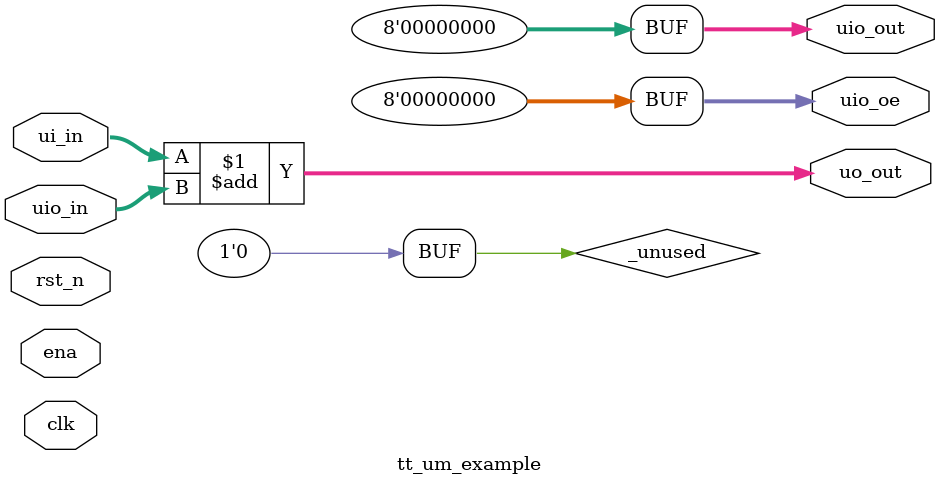
<source format=v>
/*
 * Copyright (c) 2024 Your Name
 * SPDX-License-Identifier: Apache-2.0
 */

`default_nettype none

module tt_um_example (
    input  wire [7:0] ui_in,    // Dedicated inputs
    output wire [7:0] uo_out,   // Dedicated outputs
    input  wire [7:0] uio_in,   // IOs: Input path
    output wire [7:0] uio_out,  // IOs: Output path
    output wire [7:0] uio_oe,   // IOs: Enable path (active high: 0=input, 1=output)
    input  wire       ena,      // always 1 when the design is powered, so you can ignore it
    input  wire       clk,      // clock
    input  wire       rst_n     // reset_n - low to reset
);

  // All output pins must be assigned. If not used, assign to 0.
  assign uo_out  = ui_in + uio_in;  // Example: ou_out is the sum of ui_in and uio_in
  assign uio_out = 0;
  assign uio_oe  = 0;

  // List all unused inputs to prevent warnings
  wire _unused = &{ena, clk, rst_n, 1'b0};

endmodule
</source>
